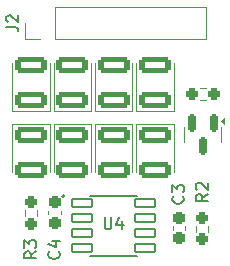
<source format=gbr>
%TF.GenerationSoftware,KiCad,Pcbnew,8.0.2-8.0.2-0~ubuntu22.04.1*%
%TF.CreationDate,2024-05-15T17:42:07+09:00*%
%TF.ProjectId,sensor_emitter_board,73656e73-6f72-45f6-956d-69747465725f,rev?*%
%TF.SameCoordinates,Original*%
%TF.FileFunction,Legend,Top*%
%TF.FilePolarity,Positive*%
%FSLAX46Y46*%
G04 Gerber Fmt 4.6, Leading zero omitted, Abs format (unit mm)*
G04 Created by KiCad (PCBNEW 8.0.2-8.0.2-0~ubuntu22.04.1) date 2024-05-15 17:42:07*
%MOMM*%
%LPD*%
G01*
G04 APERTURE LIST*
G04 Aperture macros list*
%AMRoundRect*
0 Rectangle with rounded corners*
0 $1 Rounding radius*
0 $2 $3 $4 $5 $6 $7 $8 $9 X,Y pos of 4 corners*
0 Add a 4 corners polygon primitive as box body*
4,1,4,$2,$3,$4,$5,$6,$7,$8,$9,$2,$3,0*
0 Add four circle primitives for the rounded corners*
1,1,$1+$1,$2,$3*
1,1,$1+$1,$4,$5*
1,1,$1+$1,$6,$7*
1,1,$1+$1,$8,$9*
0 Add four rect primitives between the rounded corners*
20,1,$1+$1,$2,$3,$4,$5,0*
20,1,$1+$1,$4,$5,$6,$7,0*
20,1,$1+$1,$6,$7,$8,$9,0*
20,1,$1+$1,$8,$9,$2,$3,0*%
G04 Aperture macros list end*
%ADD10C,0.150000*%
%ADD11C,0.120000*%
%ADD12C,0.127000*%
%ADD13C,0.200000*%
%ADD14RoundRect,0.237500X0.250000X0.237500X-0.250000X0.237500X-0.250000X-0.237500X0.250000X-0.237500X0*%
%ADD15RoundRect,0.250001X1.074999X-0.462499X1.074999X0.462499X-1.074999X0.462499X-1.074999X-0.462499X0*%
%ADD16RoundRect,0.250001X-1.074999X0.462499X-1.074999X-0.462499X1.074999X-0.462499X1.074999X0.462499X0*%
%ADD17RoundRect,0.150000X-0.150000X0.587500X-0.150000X-0.587500X0.150000X-0.587500X0.150000X0.587500X0*%
%ADD18RoundRect,0.237500X-0.237500X0.300000X-0.237500X-0.300000X0.237500X-0.300000X0.237500X0.300000X0*%
%ADD19C,1.600000*%
%ADD20RoundRect,0.237500X0.237500X-0.300000X0.237500X0.300000X-0.237500X0.300000X-0.237500X-0.300000X0*%
%ADD21RoundRect,0.237500X0.237500X-0.250000X0.237500X0.250000X-0.237500X0.250000X-0.237500X-0.250000X0*%
%ADD22RoundRect,0.056280X-0.835720X-0.345720X0.835720X-0.345720X0.835720X0.345720X-0.835720X0.345720X0*%
%ADD23R,1.700000X1.700000*%
%ADD24O,1.700000X1.700000*%
%ADD25RoundRect,0.237500X-0.237500X0.250000X-0.237500X-0.250000X0.237500X-0.250000X0.237500X0.250000X0*%
G04 APERTURE END LIST*
D10*
X99859580Y-106841666D02*
X99907200Y-106889285D01*
X99907200Y-106889285D02*
X99954819Y-107032142D01*
X99954819Y-107032142D02*
X99954819Y-107127380D01*
X99954819Y-107127380D02*
X99907200Y-107270237D01*
X99907200Y-107270237D02*
X99811961Y-107365475D01*
X99811961Y-107365475D02*
X99716723Y-107413094D01*
X99716723Y-107413094D02*
X99526247Y-107460713D01*
X99526247Y-107460713D02*
X99383390Y-107460713D01*
X99383390Y-107460713D02*
X99192914Y-107413094D01*
X99192914Y-107413094D02*
X99097676Y-107365475D01*
X99097676Y-107365475D02*
X99002438Y-107270237D01*
X99002438Y-107270237D02*
X98954819Y-107127380D01*
X98954819Y-107127380D02*
X98954819Y-107032142D01*
X98954819Y-107032142D02*
X99002438Y-106889285D01*
X99002438Y-106889285D02*
X99050057Y-106841666D01*
X99288152Y-105984523D02*
X99954819Y-105984523D01*
X98907200Y-106222618D02*
X99621485Y-106460713D01*
X99621485Y-106460713D02*
X99621485Y-105841666D01*
X110359580Y-102166666D02*
X110407200Y-102214285D01*
X110407200Y-102214285D02*
X110454819Y-102357142D01*
X110454819Y-102357142D02*
X110454819Y-102452380D01*
X110454819Y-102452380D02*
X110407200Y-102595237D01*
X110407200Y-102595237D02*
X110311961Y-102690475D01*
X110311961Y-102690475D02*
X110216723Y-102738094D01*
X110216723Y-102738094D02*
X110026247Y-102785713D01*
X110026247Y-102785713D02*
X109883390Y-102785713D01*
X109883390Y-102785713D02*
X109692914Y-102738094D01*
X109692914Y-102738094D02*
X109597676Y-102690475D01*
X109597676Y-102690475D02*
X109502438Y-102595237D01*
X109502438Y-102595237D02*
X109454819Y-102452380D01*
X109454819Y-102452380D02*
X109454819Y-102357142D01*
X109454819Y-102357142D02*
X109502438Y-102214285D01*
X109502438Y-102214285D02*
X109550057Y-102166666D01*
X109454819Y-101833332D02*
X109454819Y-101214285D01*
X109454819Y-101214285D02*
X109835771Y-101547618D01*
X109835771Y-101547618D02*
X109835771Y-101404761D01*
X109835771Y-101404761D02*
X109883390Y-101309523D01*
X109883390Y-101309523D02*
X109931009Y-101261904D01*
X109931009Y-101261904D02*
X110026247Y-101214285D01*
X110026247Y-101214285D02*
X110264342Y-101214285D01*
X110264342Y-101214285D02*
X110359580Y-101261904D01*
X110359580Y-101261904D02*
X110407200Y-101309523D01*
X110407200Y-101309523D02*
X110454819Y-101404761D01*
X110454819Y-101404761D02*
X110454819Y-101690475D01*
X110454819Y-101690475D02*
X110407200Y-101785713D01*
X110407200Y-101785713D02*
X110359580Y-101833332D01*
X97954819Y-106841666D02*
X97478628Y-107174999D01*
X97954819Y-107413094D02*
X96954819Y-107413094D01*
X96954819Y-107413094D02*
X96954819Y-107032142D01*
X96954819Y-107032142D02*
X97002438Y-106936904D01*
X97002438Y-106936904D02*
X97050057Y-106889285D01*
X97050057Y-106889285D02*
X97145295Y-106841666D01*
X97145295Y-106841666D02*
X97288152Y-106841666D01*
X97288152Y-106841666D02*
X97383390Y-106889285D01*
X97383390Y-106889285D02*
X97431009Y-106936904D01*
X97431009Y-106936904D02*
X97478628Y-107032142D01*
X97478628Y-107032142D02*
X97478628Y-107413094D01*
X96954819Y-106508332D02*
X96954819Y-105889285D01*
X96954819Y-105889285D02*
X97335771Y-106222618D01*
X97335771Y-106222618D02*
X97335771Y-106079761D01*
X97335771Y-106079761D02*
X97383390Y-105984523D01*
X97383390Y-105984523D02*
X97431009Y-105936904D01*
X97431009Y-105936904D02*
X97526247Y-105889285D01*
X97526247Y-105889285D02*
X97764342Y-105889285D01*
X97764342Y-105889285D02*
X97859580Y-105936904D01*
X97859580Y-105936904D02*
X97907200Y-105984523D01*
X97907200Y-105984523D02*
X97954819Y-106079761D01*
X97954819Y-106079761D02*
X97954819Y-106365475D01*
X97954819Y-106365475D02*
X97907200Y-106460713D01*
X97907200Y-106460713D02*
X97859580Y-106508332D01*
X103738095Y-103954819D02*
X103738095Y-104764342D01*
X103738095Y-104764342D02*
X103785714Y-104859580D01*
X103785714Y-104859580D02*
X103833333Y-104907200D01*
X103833333Y-104907200D02*
X103928571Y-104954819D01*
X103928571Y-104954819D02*
X104119047Y-104954819D01*
X104119047Y-104954819D02*
X104214285Y-104907200D01*
X104214285Y-104907200D02*
X104261904Y-104859580D01*
X104261904Y-104859580D02*
X104309523Y-104764342D01*
X104309523Y-104764342D02*
X104309523Y-103954819D01*
X105214285Y-104288152D02*
X105214285Y-104954819D01*
X104976190Y-103907200D02*
X104738095Y-104621485D01*
X104738095Y-104621485D02*
X105357142Y-104621485D01*
X95424819Y-87833333D02*
X96139104Y-87833333D01*
X96139104Y-87833333D02*
X96281961Y-87880952D01*
X96281961Y-87880952D02*
X96377200Y-87976190D01*
X96377200Y-87976190D02*
X96424819Y-88119047D01*
X96424819Y-88119047D02*
X96424819Y-88214285D01*
X95520057Y-87404761D02*
X95472438Y-87357142D01*
X95472438Y-87357142D02*
X95424819Y-87261904D01*
X95424819Y-87261904D02*
X95424819Y-87023809D01*
X95424819Y-87023809D02*
X95472438Y-86928571D01*
X95472438Y-86928571D02*
X95520057Y-86880952D01*
X95520057Y-86880952D02*
X95615295Y-86833333D01*
X95615295Y-86833333D02*
X95710533Y-86833333D01*
X95710533Y-86833333D02*
X95853390Y-86880952D01*
X95853390Y-86880952D02*
X96424819Y-87452380D01*
X96424819Y-87452380D02*
X96424819Y-86833333D01*
X112454819Y-101991666D02*
X111978628Y-102324999D01*
X112454819Y-102563094D02*
X111454819Y-102563094D01*
X111454819Y-102563094D02*
X111454819Y-102182142D01*
X111454819Y-102182142D02*
X111502438Y-102086904D01*
X111502438Y-102086904D02*
X111550057Y-102039285D01*
X111550057Y-102039285D02*
X111645295Y-101991666D01*
X111645295Y-101991666D02*
X111788152Y-101991666D01*
X111788152Y-101991666D02*
X111883390Y-102039285D01*
X111883390Y-102039285D02*
X111931009Y-102086904D01*
X111931009Y-102086904D02*
X111978628Y-102182142D01*
X111978628Y-102182142D02*
X111978628Y-102563094D01*
X111550057Y-101610713D02*
X111502438Y-101563094D01*
X111502438Y-101563094D02*
X111454819Y-101467856D01*
X111454819Y-101467856D02*
X111454819Y-101229761D01*
X111454819Y-101229761D02*
X111502438Y-101134523D01*
X111502438Y-101134523D02*
X111550057Y-101086904D01*
X111550057Y-101086904D02*
X111645295Y-101039285D01*
X111645295Y-101039285D02*
X111740533Y-101039285D01*
X111740533Y-101039285D02*
X111883390Y-101086904D01*
X111883390Y-101086904D02*
X112454819Y-101658332D01*
X112454819Y-101658332D02*
X112454819Y-101039285D01*
D11*
%TO.C,R1*%
X112342224Y-92977500D02*
X111832776Y-92977500D01*
X112342224Y-94022500D02*
X111832776Y-94022500D01*
%TO.C,D6*%
X99415000Y-90912500D02*
X99415000Y-94972500D01*
X99415000Y-94972500D02*
X102585000Y-94972500D01*
X102585000Y-94972500D02*
X102585000Y-90912500D01*
%TO.C,D7*%
X102915000Y-90912500D02*
X102915000Y-94972500D01*
X102915000Y-94972500D02*
X106085000Y-94972500D01*
X106085000Y-94972500D02*
X106085000Y-90912500D01*
%TO.C,D5*%
X95915000Y-90912500D02*
X95915000Y-94972500D01*
X95915000Y-94972500D02*
X99085000Y-94972500D01*
X99085000Y-94972500D02*
X99085000Y-90912500D01*
%TO.C,D1*%
X106415000Y-96027500D02*
X106415000Y-100087500D01*
X109585000Y-96027500D02*
X106415000Y-96027500D01*
X109585000Y-100087500D02*
X109585000Y-96027500D01*
%TO.C,Q1*%
X110490000Y-96937500D02*
X110490000Y-96287500D01*
X110490000Y-96937500D02*
X110490000Y-97587500D01*
X113610000Y-96937500D02*
X113610000Y-96287500D01*
X113610000Y-96937500D02*
X113610000Y-97587500D01*
X113890000Y-96015000D02*
X113560000Y-95775000D01*
X113890000Y-95535000D01*
X113890000Y-96015000D01*
G36*
X113890000Y-96015000D02*
G01*
X113560000Y-95775000D01*
X113890000Y-95535000D01*
X113890000Y-96015000D01*
G37*
%TO.C,C4*%
X98990000Y-103391233D02*
X98990000Y-103683767D01*
X100010000Y-103391233D02*
X100010000Y-103683767D01*
%TO.C,C3*%
X109490000Y-105008767D02*
X109490000Y-104716233D01*
X110510000Y-105008767D02*
X110510000Y-104716233D01*
%TO.C,D4*%
X95915000Y-96027500D02*
X95915000Y-100087500D01*
X99085000Y-96027500D02*
X95915000Y-96027500D01*
X99085000Y-100087500D02*
X99085000Y-96027500D01*
%TO.C,R3*%
X96977500Y-103842224D02*
X96977500Y-103332776D01*
X98022500Y-103842224D02*
X98022500Y-103332776D01*
%TO.C,D2*%
X102915000Y-96027500D02*
X102915000Y-100087500D01*
X106085000Y-96027500D02*
X102915000Y-96027500D01*
X106085000Y-100087500D02*
X106085000Y-96027500D01*
D12*
%TO.C,U4*%
X102505000Y-102150000D02*
X106495000Y-102150000D01*
X102505000Y-107200000D02*
X106495000Y-107200000D01*
D13*
X100350000Y-102170000D02*
G75*
G02*
X100150000Y-102170000I-100000J0D01*
G01*
X100150000Y-102170000D02*
G75*
G02*
X100350000Y-102170000I100000J0D01*
G01*
D11*
%TO.C,J2*%
X96970000Y-88830000D02*
X96970000Y-87500000D01*
X98300000Y-88830000D02*
X96970000Y-88830000D01*
X99570000Y-86170000D02*
X112330000Y-86170000D01*
X99570000Y-88830000D02*
X99570000Y-86170000D01*
X99570000Y-88830000D02*
X112330000Y-88830000D01*
X112330000Y-88830000D02*
X112330000Y-86170000D01*
%TO.C,D8*%
X106415000Y-90912500D02*
X106415000Y-94972500D01*
X106415000Y-94972500D02*
X109585000Y-94972500D01*
X109585000Y-94972500D02*
X109585000Y-90912500D01*
%TO.C,D3*%
X99415000Y-96027500D02*
X99415000Y-100087500D01*
X102585000Y-96027500D02*
X99415000Y-96027500D01*
X102585000Y-100087500D02*
X102585000Y-96027500D01*
%TO.C,R2*%
X111477500Y-104657776D02*
X111477500Y-105167224D01*
X112522500Y-104657776D02*
X112522500Y-105167224D01*
%TD*%
%LPC*%
D14*
%TO.C,R1*%
X113000000Y-93500000D03*
X111175000Y-93500000D03*
%TD*%
D15*
%TO.C,D6*%
X101000000Y-94000000D03*
X101000000Y-91025000D03*
%TD*%
%TO.C,D7*%
X104500000Y-94000000D03*
X104500000Y-91025000D03*
%TD*%
%TO.C,D5*%
X97500000Y-94000000D03*
X97500000Y-91025000D03*
%TD*%
D16*
%TO.C,D1*%
X108000000Y-97000000D03*
X108000000Y-99975000D03*
%TD*%
D17*
%TO.C,Q1*%
X113000000Y-96000000D03*
X111100000Y-96000000D03*
X112050000Y-97875000D03*
%TD*%
D18*
%TO.C,C4*%
X99500000Y-102675000D03*
X99500000Y-104400000D03*
%TD*%
D19*
%TO.C,H3*%
X94000000Y-87500000D03*
%TD*%
D20*
%TO.C,C3*%
X110000000Y-105725000D03*
X110000000Y-104000000D03*
%TD*%
D16*
%TO.C,D4*%
X97500000Y-97000000D03*
X97500000Y-99975000D03*
%TD*%
D21*
%TO.C,R3*%
X97500000Y-104500000D03*
X97500000Y-102675000D03*
%TD*%
D16*
%TO.C,D2*%
X104500000Y-97000000D03*
X104500000Y-99975000D03*
%TD*%
D22*
%TO.C,U4*%
X101830000Y-102770000D03*
X101830000Y-104040000D03*
X101830000Y-105310000D03*
X101830000Y-106580000D03*
X107170000Y-106580000D03*
X107170000Y-105310000D03*
X107170000Y-104040000D03*
X107170000Y-102770000D03*
%TD*%
D23*
%TO.C,J2*%
X98300000Y-87500000D03*
D24*
X100840000Y-87500000D03*
X103380000Y-87500000D03*
X105920000Y-87500000D03*
X108460000Y-87500000D03*
X111000000Y-87500000D03*
%TD*%
D15*
%TO.C,D8*%
X108000000Y-94000000D03*
X108000000Y-91025000D03*
%TD*%
D16*
%TO.C,D3*%
X101000000Y-97000000D03*
X101000000Y-99975000D03*
%TD*%
D25*
%TO.C,R2*%
X112000000Y-104000000D03*
X112000000Y-105825000D03*
%TD*%
D19*
%TO.C,H4*%
X115000000Y-87500000D03*
%TD*%
%LPD*%
M02*

</source>
